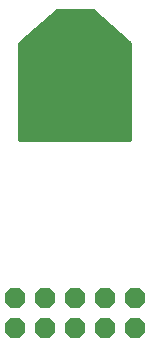
<source format=gbs>
G75*
G70*
%OFA0B0*%
%FSLAX24Y24*%
%IPPOS*%
%LPD*%
%AMOC8*
5,1,8,0,0,1.08239X$1,22.5*
%
%ADD10C,0.0100*%
%ADD11OC8,0.0680*%
D10*
X002541Y007891D02*
X006241Y007891D01*
X006241Y011141D01*
X004991Y012241D01*
X003791Y012241D01*
X002541Y011141D01*
X002541Y007891D01*
X002541Y007926D02*
X006241Y007926D01*
X006241Y008025D02*
X002541Y008025D01*
X002541Y008123D02*
X006241Y008123D01*
X006241Y008222D02*
X002541Y008222D01*
X002541Y008320D02*
X006241Y008320D01*
X006241Y008419D02*
X002541Y008419D01*
X002541Y008517D02*
X006241Y008517D01*
X006241Y008616D02*
X002541Y008616D01*
X002541Y008714D02*
X006241Y008714D01*
X006241Y008813D02*
X002541Y008813D01*
X002541Y008911D02*
X006241Y008911D01*
X006241Y009010D02*
X002541Y009010D01*
X002541Y009109D02*
X006241Y009109D01*
X006241Y009207D02*
X002541Y009207D01*
X002541Y009306D02*
X006241Y009306D01*
X006241Y009404D02*
X002541Y009404D01*
X002541Y009503D02*
X006241Y009503D01*
X006241Y009601D02*
X002541Y009601D01*
X002541Y009700D02*
X006241Y009700D01*
X006241Y009798D02*
X002541Y009798D01*
X002541Y009897D02*
X006241Y009897D01*
X006241Y009995D02*
X002541Y009995D01*
X002541Y010094D02*
X006241Y010094D01*
X006241Y010193D02*
X002541Y010193D01*
X002541Y010291D02*
X006241Y010291D01*
X006241Y010390D02*
X002541Y010390D01*
X002541Y010488D02*
X006241Y010488D01*
X006241Y010587D02*
X002541Y010587D01*
X002541Y010685D02*
X006241Y010685D01*
X006241Y010784D02*
X002541Y010784D01*
X002541Y010882D02*
X006241Y010882D01*
X006241Y010981D02*
X002541Y010981D01*
X002541Y011079D02*
X006241Y011079D01*
X006199Y011178D02*
X002583Y011178D01*
X002695Y011276D02*
X006087Y011276D01*
X005975Y011375D02*
X002807Y011375D01*
X002919Y011474D02*
X005863Y011474D01*
X005751Y011572D02*
X003031Y011572D01*
X003143Y011671D02*
X005639Y011671D01*
X005527Y011769D02*
X003255Y011769D01*
X003367Y011868D02*
X005415Y011868D01*
X005303Y011966D02*
X003479Y011966D01*
X003591Y012065D02*
X005191Y012065D01*
X005079Y012163D02*
X003703Y012163D01*
D11*
X002391Y001641D03*
X002391Y002641D03*
X003391Y002641D03*
X003391Y001641D03*
X004391Y001641D03*
X004391Y002641D03*
X005391Y002641D03*
X005391Y001641D03*
X006391Y001641D03*
X006391Y002641D03*
M02*

</source>
